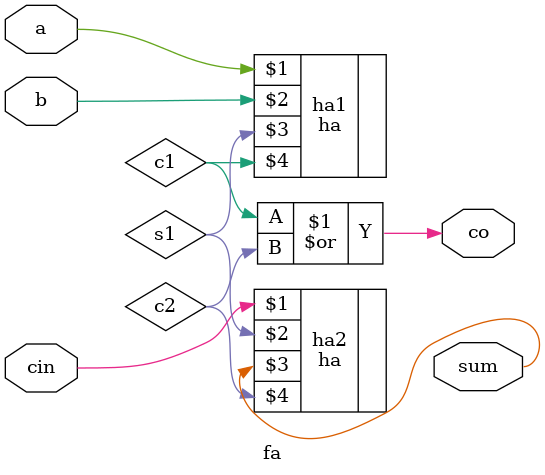
<source format=v>
module fa(a,b,cin,sum,co);
input a,b,cin;
output sum,co;
ha ha1(a,b,s1,c1),
   ha2(cin,s1,sum,c2);
or(co,c1,c2);
endmodule

</source>
